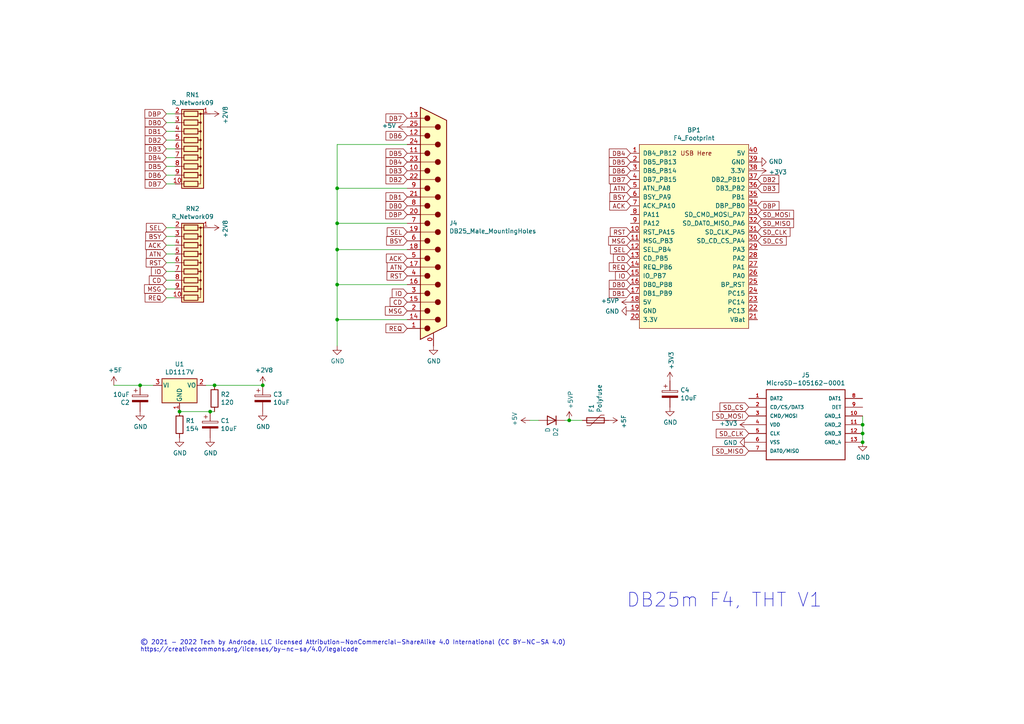
<source format=kicad_sch>
(kicad_sch (version 20211123) (generator eeschema)
  (paper "A4")
  (lib_symbols
    (symbol "Connector:DB25_Male_MountingHoles" (pin_names (offset 1.016) hide)
      (property "Reference" "J" (at 0 36.83 0))
      (property "Value" "DB25_Male_MountingHoles" (at 0 34.925 0))
      (symbol "DB25_Male_MountingHoles_0_1"
        (circle (center -1.778 -30.48) (radius 0.762) (fill (type outline)))
        (circle (center -1.778 -25.4) (radius 0.762) (fill (type outline)))
        (circle (center -1.778 -20.32) (radius 0.762) (fill (type outline)))
        (circle (center -1.778 -15.24) (radius 0.762) (fill (type outline)))
        (circle (center -1.778 -10.16) (radius 0.762) (fill (type outline)))
        (circle (center -1.778 -5.08) (radius 0.762) (fill (type outline)))
        (circle (center -1.778 0) (radius 0.762) (fill (type outline)))
        (circle (center -1.778 5.08) (radius 0.762) (fill (type outline)))
        (circle (center -1.778 10.16) (radius 0.762) (fill (type outline)))
        (circle (center -1.778 15.24) (radius 0.762) (fill (type outline)))
        (circle (center -1.778 20.32) (radius 0.762) (fill (type outline)))
        (circle (center -1.778 25.4) (radius 0.762) (fill (type outline)))
        (circle (center -1.778 30.48) (radius 0.762) (fill (type outline)))
        (polyline (pts (xy -3.81 -30.48) (xy -2.54 -30.48)))
        (polyline (pts (xy -3.81 -27.94) (xy 0.508 -27.94)))
        (polyline (pts (xy -3.81 -25.4) (xy -2.54 -25.4)))
        (polyline (pts (xy -3.81 -22.86) (xy 0.508 -22.86)))
        (polyline (pts (xy -3.81 -20.32) (xy -2.54 -20.32)))
        (polyline (pts (xy -3.81 -17.78) (xy 0.508 -17.78)))
        (polyline (pts (xy -3.81 -15.24) (xy -2.54 -15.24)))
        (polyline (pts (xy -3.81 -12.7) (xy 0.508 -12.7)))
        (polyline (pts (xy -3.81 -10.16) (xy -2.54 -10.16)))
        (polyline (pts (xy -3.81 -7.62) (xy 0.508 -7.62)))
        (polyline (pts (xy -3.81 -5.08) (xy -2.54 -5.08)))
        (polyline (pts (xy -3.81 -2.54) (xy 0.508 -2.54)))
        (polyline (pts (xy -3.81 0) (xy -2.54 0)))
        (polyline (pts (xy -3.81 2.54) (xy 0.508 2.54)))
        (polyline (pts (xy -3.81 5.08) (xy -2.54 5.08)))
        (polyline (pts (xy -3.81 7.62) (xy 0.508 7.62)))
        (polyline (pts (xy -3.81 10.16) (xy -2.54 10.16)))
        (polyline (pts (xy -3.81 12.7) (xy 0.508 12.7)))
        (polyline (pts (xy -3.81 15.24) (xy -2.54 15.24)))
        (polyline (pts (xy -3.81 17.78) (xy 0.508 17.78)))
        (polyline (pts (xy -3.81 20.32) (xy -2.54 20.32)))
        (polyline (pts (xy -3.81 22.86) (xy 0.508 22.86)))
        (polyline (pts (xy -3.81 25.4) (xy -2.54 25.4)))
        (polyline (pts (xy -3.81 27.94) (xy 0.508 27.94)))
        (polyline (pts (xy -3.81 30.48) (xy -2.54 30.48)))
        (polyline (pts (xy -3.81 -33.655) (xy 3.81 -29.845) (xy 3.81 29.845) (xy -3.81 33.655) (xy -3.81 -33.655)) (stroke (width 0.254)) (fill (type background)))
        (circle (center 1.27 -27.94) (radius 0.762) (fill (type outline)))
        (circle (center 1.27 -22.86) (radius 0.762) (fill (type outline)))
        (circle (center 1.27 -17.78) (radius 0.762) (fill (type outline)))
        (circle (center 1.27 -12.7) (radius 0.762) (fill (type outline)))
        (circle (center 1.27 -7.62) (radius 0.762) (fill (type outline)))
        (circle (center 1.27 -2.54) (radius 0.762) (fill (type outline)))
        (circle (center 1.27 2.54) (radius 0.762) (fill (type outline)))
        (circle (center 1.27 7.62) (radius 0.762) (fill (type outline)))
        (circle (center 1.27 12.7) (radius 0.762) (fill (type outline)))
        (circle (center 1.27 17.78) (radius 0.762) (fill (type outline)))
        (circle (center 1.27 22.86) (radius 0.762) (fill (type outline)))
        (circle (center 1.27 27.94) (radius 0.762) (fill (type outline)))
      )
      (symbol "DB25_Male_MountingHoles_1_1"
        (pin passive line (at 0 -35.56 90) (length 3.81) (name "PAD") (number "0"))
        (pin passive line (at -7.62 -30.48 0) (length 3.81) (name "1") (number "1"))
        (pin passive line (at -7.62 15.24 0) (length 3.81) (name "10") (number "10"))
        (pin passive line (at -7.62 20.32 0) (length 3.81) (name "11") (number "11"))
        (pin passive line (at -7.62 25.4 0) (length 3.81) (name "12") (number "12"))
        (pin passive line (at -7.62 30.48 0) (length 3.81) (name "13") (number "13"))
        (pin passive line (at -7.62 -27.94 0) (length 3.81) (name "P14") (number "14"))
        (pin passive line (at -7.62 -22.86 0) (length 3.81) (name "P15") (number "15"))
        (pin passive line (at -7.62 -17.78 0) (length 3.81) (name "P16") (number "16"))
        (pin passive line (at -7.62 -12.7 0) (length 3.81) (name "P17") (number "17"))
        (pin passive line (at -7.62 -7.62 0) (length 3.81) (name "P18") (number "18"))
        (pin passive line (at -7.62 -2.54 0) (length 3.81) (name "P19") (number "19"))
        (pin passive line (at -7.62 -25.4 0) (length 3.81) (name "2") (number "2"))
        (pin passive line (at -7.62 2.54 0) (length 3.81) (name "P20") (number "20"))
        (pin passive line (at -7.62 7.62 0) (length 3.81) (name "P21") (number "21"))
        (pin passive line (at -7.62 12.7 0) (length 3.81) (name "P22") (number "22"))
        (pin passive line (at -7.62 17.78 0) (length 3.81) (name "P23") (number "23"))
        (pin passive line (at -7.62 22.86 0) (length 3.81) (name "P24") (number "24"))
        (pin passive line (at -7.62 27.94 0) (length 3.81) (name "P25") (number "25"))
        (pin passive line (at -7.62 -20.32 0) (length 3.81) (name "3") (number "3"))
        (pin passive line (at -7.62 -15.24 0) (length 3.81) (name "4") (number "4"))
        (pin passive line (at -7.62 -10.16 0) (length 3.81) (name "5") (number "5"))
        (pin passive line (at -7.62 -5.08 0) (length 3.81) (name "6") (number "6"))
        (pin passive line (at -7.62 0 0) (length 3.81) (name "7") (number "7"))
        (pin passive line (at -7.62 5.08 0) (length 3.81) (name "8") (number "8"))
        (pin passive line (at -7.62 10.16 0) (length 3.81) (name "9") (number "9"))
      )
    )
    (symbol "Device:CP" (pin_numbers hide) (pin_names (offset 0.254))
      (property "Reference" "C" (at 0.635 2.54 0))
      (property "Value" "Device_CP" (at 0.635 -2.54 0))
      (symbol "CP_0_1"
        (rectangle (start -2.286 0.508) (end 2.286 1.016))
        (polyline (pts (xy -1.778 2.286) (xy -0.762 2.286)))
        (polyline (pts (xy -1.27 2.794) (xy -1.27 1.778)))
        (rectangle (start 2.286 -0.508) (end -2.286 -1.016) (fill (type outline)))
      )
      (symbol "CP_1_1"
        (pin passive line (at 0 3.81 270) (length 2.794) (name "~") (number "1"))
        (pin passive line (at 0 -3.81 90) (length 2.794) (name "~") (number "2"))
      )
    )
    (symbol "Device:D" (pin_numbers hide) (pin_names (offset 1.016) hide)
      (property "Reference" "D" (at 0 2.54 0))
      (property "Value" "D" (at 0 -2.54 0))
      (symbol "D_0_1"
        (polyline (pts (xy -1.27 1.27) (xy -1.27 -1.27)) (stroke (width 0.254)))
        (polyline (pts (xy 1.27 0) (xy -1.27 0)))
        (polyline (pts (xy 1.27 1.27) (xy 1.27 -1.27) (xy -1.27 0) (xy 1.27 1.27)) (stroke (width 0.254)))
      )
      (symbol "D_1_1"
        (pin passive line (at -3.81 0 0) (length 2.54) (name "K") (number "1"))
        (pin passive line (at 3.81 0 180) (length 2.54) (name "A") (number "2"))
      )
    )
    (symbol "Device:Polyfuse" (pin_numbers hide) (pin_names (offset 0))
      (property "Reference" "F" (at -2.54 0 90))
      (property "Value" "Polyfuse" (at 2.54 0 90))
      (symbol "Polyfuse_0_1"
        (rectangle (start -0.762 2.54) (end 0.762 -2.54) (stroke (width 0.254)))
        (polyline (pts (xy 0 2.54) (xy 0 -2.54)))
        (polyline (pts (xy -1.524 2.54) (xy -1.524 1.524) (xy 1.524 -1.524) (xy 1.524 -2.54)))
      )
      (symbol "Polyfuse_1_1"
        (pin passive line (at 0 3.81 270) (length 1.27) (name "~") (number "1"))
        (pin passive line (at 0 -3.81 90) (length 1.27) (name "~") (number "2"))
      )
    )
    (symbol "Device:R" (pin_numbers hide) (pin_names (offset 0))
      (property "Reference" "R" (at 2.032 0 90))
      (property "Value" "R" (at 0 0 90))
      (symbol "R_0_1"
        (rectangle (start -1.016 -2.54) (end 1.016 2.54) (stroke (width 0.254)))
      )
      (symbol "R_1_1"
        (pin passive line (at 0 3.81 270) (length 1.27) (name "~") (number "1"))
        (pin passive line (at 0 -3.81 90) (length 1.27) (name "~") (number "2"))
      )
    )
    (symbol "Device:R_Network09" (pin_names (offset 0) hide)
      (property "Reference" "RN" (at -12.7 0 90))
      (property "Value" "R_Network09" (at 12.7 0 90))
      (symbol "R_Network09_0_1"
        (rectangle (start -11.43 -3.175) (end 11.43 3.175) (stroke (width 0.254)) (fill (type background)))
        (rectangle (start -10.922 1.524) (end -9.398 -2.54) (stroke (width 0.254)))
        (circle (center -10.16 2.286) (radius 0.254) (fill (type outline)))
        (rectangle (start -8.382 1.524) (end -6.858 -2.54) (stroke (width 0.254)))
        (circle (center -7.62 2.286) (radius 0.254) (fill (type outline)))
        (rectangle (start -5.842 1.524) (end -4.318 -2.54) (stroke (width 0.254)))
        (circle (center -5.08 2.286) (radius 0.254) (fill (type outline)))
        (rectangle (start -3.302 1.524) (end -1.778 -2.54) (stroke (width 0.254)))
        (circle (center -2.54 2.286) (radius 0.254) (fill (type outline)))
        (rectangle (start -0.762 1.524) (end 0.762 -2.54) (stroke (width 0.254)))
        (polyline (pts (xy -10.16 -2.54) (xy -10.16 -3.81)))
        (polyline (pts (xy -7.62 -2.54) (xy -7.62 -3.81)))
        (polyline (pts (xy -5.08 -2.54) (xy -5.08 -3.81)))
        (polyline (pts (xy -2.54 -2.54) (xy -2.54 -3.81)))
        (polyline (pts (xy 0 -2.54) (xy 0 -3.81)))
        (polyline (pts (xy 2.54 -2.54) (xy 2.54 -3.81)))
        (polyline (pts (xy 5.08 -2.54) (xy 5.08 -3.81)))
        (polyline (pts (xy 7.62 -2.54) (xy 7.62 -3.81)))
        (polyline (pts (xy 10.16 -2.54) (xy 10.16 -3.81)))
        (polyline (pts (xy -10.16 1.524) (xy -10.16 2.286) (xy -7.62 2.286) (xy -7.62 1.524)))
        (polyline (pts (xy -7.62 1.524) (xy -7.62 2.286) (xy -5.08 2.286) (xy -5.08 1.524)))
        (polyline (pts (xy -5.08 1.524) (xy -5.08 2.286) (xy -2.54 2.286) (xy -2.54 1.524)))
        (polyline (pts (xy -2.54 1.524) (xy -2.54 2.286) (xy 0 2.286) (xy 0 1.524)))
        (polyline (pts (xy 0 1.524) (xy 0 2.286) (xy 2.54 2.286) (xy 2.54 1.524)))
        (polyline (pts (xy 2.54 1.524) (xy 2.54 2.286) (xy 5.08 2.286) (xy 5.08 1.524)))
        (polyline (pts (xy 5.08 1.524) (xy 5.08 2.286) (xy 7.62 2.286) (xy 7.62 1.524)))
        (polyline (pts (xy 7.62 1.524) (xy 7.62 2.286) (xy 10.16 2.286) (xy 10.16 1.524)))
        (circle (center 0 2.286) (radius 0.254) (fill (type outline)))
        (rectangle (start 1.778 1.524) (end 3.302 -2.54) (stroke (width 0.254)))
        (circle (center 2.54 2.286) (radius 0.254) (fill (type outline)))
        (rectangle (start 4.318 1.524) (end 5.842 -2.54) (stroke (width 0.254)))
        (circle (center 5.08 2.286) (radius 0.254) (fill (type outline)))
        (rectangle (start 6.858 1.524) (end 8.382 -2.54) (stroke (width 0.254)))
        (circle (center 7.62 2.286) (radius 0.254) (fill (type outline)))
        (rectangle (start 9.398 1.524) (end 10.922 -2.54) (stroke (width 0.254)))
      )
      (symbol "R_Network09_1_1"
        (pin passive line (at -10.16 5.08 270) (length 2.54) (name "common") (number "1"))
        (pin passive line (at 10.16 -5.08 90) (length 1.27) (name "R9") (number "10"))
        (pin passive line (at -10.16 -5.08 90) (length 1.27) (name "R1") (number "2"))
        (pin passive line (at -7.62 -5.08 90) (length 1.27) (name "R2") (number "3"))
        (pin passive line (at -5.08 -5.08 90) (length 1.27) (name "R3") (number "4"))
        (pin passive line (at -2.54 -5.08 90) (length 1.27) (name "R4") (number "5"))
        (pin passive line (at 0 -5.08 90) (length 1.27) (name "R5") (number "6"))
        (pin passive line (at 2.54 -5.08 90) (length 1.27) (name "R6") (number "7"))
        (pin passive line (at 5.08 -5.08 90) (length 1.27) (name "R7") (number "8"))
        (pin passive line (at 7.62 -5.08 90) (length 1.27) (name "R8") (number "9"))
      )
    )
    (symbol "Regulator_Linear:LD1117VCD-2.85" (pin_names (offset 0.254))
      (property "Reference" "U" (at -3.81 3.175 0))
      (property "Value" "LD1117VCD-2.85" (at 0 3.175 0))
      (symbol "LD1117VCD-2.85_0_1"
        (rectangle (start -5.08 -5.08) (end 5.08 1.905) (stroke (width 0.254)) (fill (type background)))
      )
      (symbol "LD1117VCD-2.85_1_1"
        (pin power_in line (at 0 -7.62 90) (length 2.54) (name "GND") (number "1"))
        (pin power_out line (at 7.62 0 180) (length 2.54) (name "VO") (number "2"))
        (pin power_in line (at -7.62 0 0) (length 2.54) (name "VI") (number "3"))
      )
    )
    (symbol "custom_symbols:+5V_TPWR" (power) (pin_names (offset 0))
      (property "Value" "custom_symbols_+5V_TPWR" (at 0 3.556 0))
      (symbol "+5V_TPWR_0_1"
        (polyline (pts (xy -0.762 1.27) (xy 0 2.54)))
        (polyline (pts (xy 0 0) (xy 0 2.54)))
        (polyline (pts (xy 0 2.54) (xy 0.762 1.27)))
      )
      (symbol "+5V_TPWR_1_1"
        (pin power_in line (at 0 0 90) (length 0) hide (name "+5V") (number "1"))
      )
    )
    (symbol "custom_symbols:F4_Footprint" (pin_names (offset 1.016))
      (property "Reference" "BP" (at 0 1.27 0))
      (property "Value" "custom_symbols_F4_Footprint" (at 0 5.08 0))
      (symbol "F4_Footprint_0_0"
        (text "USB Here" (at 1.27 -3.81 0) (effects (font (size 1.27 1.27))))
      )
      (symbol "F4_Footprint_0_1"
        (rectangle (start 16.51 -1.27) (end -15.24 -54.61) (fill (type background)))
      )
      (symbol "F4_Footprint_1_1"
        (pin bidirectional line (at -17.78 -3.81 0) (length 2.54) (name "DB4_PB12") (number "1"))
        (pin bidirectional line (at -17.78 -26.67 0) (length 2.54) (name "RST_PA15") (number "10"))
        (pin bidirectional line (at -17.78 -29.21 0) (length 2.54) (name "MSG_PB3") (number "11"))
        (pin bidirectional line (at -17.78 -31.75 0) (length 2.54) (name "SEL_PB4") (number "12"))
        (pin bidirectional line (at -17.78 -34.29 0) (length 2.54) (name "CD_PB5") (number "13"))
        (pin bidirectional line (at -17.78 -36.83 0) (length 2.54) (name "REQ_PB6") (number "14"))
        (pin bidirectional line (at -17.78 -39.37 0) (length 2.54) (name "IO_PB7") (number "15"))
        (pin bidirectional line (at -17.78 -41.91 0) (length 2.54) (name "DB0_PB8") (number "16"))
        (pin bidirectional line (at -17.78 -44.45 0) (length 2.54) (name "DB1_PB9") (number "17"))
        (pin power_in line (at -17.78 -46.99 0) (length 2.54) (name "5V") (number "18"))
        (pin power_in line (at -17.78 -49.53 0) (length 2.54) (name "GND") (number "19"))
        (pin bidirectional line (at -17.78 -6.35 0) (length 2.54) (name "DB5_PB13") (number "2"))
        (pin power_in line (at -17.78 -52.07 0) (length 2.54) (name "3.3V") (number "20"))
        (pin power_in line (at 19.05 -52.07 180) (length 2.54) (name "VBat") (number "21"))
        (pin bidirectional line (at 19.05 -49.53 180) (length 2.54) (name "PC13") (number "22"))
        (pin bidirectional line (at 19.05 -46.99 180) (length 2.54) (name "PC14") (number "23"))
        (pin bidirectional line (at 19.05 -44.45 180) (length 2.54) (name "PC15") (number "24"))
        (pin input line (at 19.05 -41.91 180) (length 2.54) (name "BP_RST") (number "25"))
        (pin bidirectional line (at 19.05 -39.37 180) (length 2.54) (name "PA0") (number "26"))
        (pin bidirectional line (at 19.05 -36.83 180) (length 2.54) (name "PA1") (number "27"))
        (pin bidirectional line (at 19.05 -34.29 180) (length 2.54) (name "PA2") (number "28"))
        (pin bidirectional line (at 19.05 -31.75 180) (length 2.54) (name "PA3") (number "29"))
        (pin bidirectional line (at -17.78 -8.89 0) (length 2.54) (name "DB6_PB14") (number "3"))
        (pin bidirectional line (at 19.05 -29.21 180) (length 2.54) (name "SD_CD_CS_PA4") (number "30"))
        (pin bidirectional line (at 19.05 -26.67 180) (length 2.54) (name "SD_CLK_PA5") (number "31"))
        (pin bidirectional line (at 19.05 -24.13 180) (length 2.54) (name "SD_DAT0_MISO_PA6") (number "32"))
        (pin bidirectional line (at 19.05 -21.59 180) (length 2.54) (name "SD_CMD_MOSI_PA7") (number "33"))
        (pin bidirectional line (at 19.05 -19.05 180) (length 2.54) (name "DBP_PB0") (number "34"))
        (pin bidirectional line (at 19.05 -16.51 180) (length 2.54) (name "PB1") (number "35"))
        (pin bidirectional line (at 19.05 -13.97 180) (length 2.54) (name "DB3_PB2") (number "36"))
        (pin bidirectional line (at 19.05 -11.43 180) (length 2.54) (name "DB2_PB10") (number "37"))
        (pin power_in line (at 19.05 -8.89 180) (length 2.54) (name "3.3V") (number "38"))
        (pin power_in line (at 19.05 -6.35 180) (length 2.54) (name "GND") (number "39"))
        (pin bidirectional line (at -17.78 -11.43 0) (length 2.54) (name "DB7_PB15") (number "4"))
        (pin power_in line (at 19.05 -3.81 180) (length 2.54) (name "5V") (number "40"))
        (pin bidirectional line (at -17.78 -13.97 0) (length 2.54) (name "ATN_PA8") (number "5"))
        (pin bidirectional line (at -17.78 -16.51 0) (length 2.54) (name "BSY_PA9") (number "6"))
        (pin bidirectional line (at -17.78 -19.05 0) (length 2.54) (name "ACK_PA10") (number "7"))
        (pin bidirectional line (at -17.78 -21.59 0) (length 2.54) (name "PA11") (number "8"))
        (pin bidirectional line (at -17.78 -24.13 0) (length 2.54) (name "PA12") (number "9"))
      )
    )
    (symbol "custom_symbols:MicroSD-105162-0001" (pin_names (offset 1.016))
      (property "Reference" "J" (at 29.21 7.62 0))
      (property "Value" "custom_symbols_MicroSD-105162-0001" (at 29.21 5.08 0))
      (symbol "MicroSD-105162-0001_0_0"
        (polyline (pts (xy 5.08 2.54) (xy 5.08 -17.78)) (stroke (width 0.254)))
        (polyline (pts (xy 5.08 2.54) (xy 27.94 2.54)) (stroke (width 0.254)))
        (polyline (pts (xy 27.94 -17.78) (xy 5.08 -17.78)) (stroke (width 0.254)))
        (polyline (pts (xy 27.94 -17.78) (xy 27.94 2.54)) (stroke (width 0.254)))
        (pin bidirectional line (at 0 0 0) (length 5.08) (name "DAT2") (number "1"))
        (pin bidirectional line (at 33.02 -5.08 180) (length 5.08) (name "GND_1") (number "10"))
        (pin bidirectional line (at 33.02 -7.62 180) (length 5.08) (name "GND_2") (number "11"))
        (pin bidirectional line (at 33.02 -10.16 180) (length 5.08) (name "GND_3") (number "12"))
        (pin bidirectional line (at 33.02 -12.7 180) (length 5.08) (name "GND_4") (number "13"))
        (pin bidirectional line (at 0 -2.54 0) (length 5.08) (name "CD/CS/DAT3") (number "2"))
        (pin bidirectional line (at 0 -5.08 0) (length 5.08) (name "CMD/MOSI") (number "3"))
        (pin bidirectional line (at 0 -7.62 0) (length 5.08) (name "VDD") (number "4"))
        (pin bidirectional line (at 0 -10.16 0) (length 5.08) (name "CLK") (number "5"))
        (pin bidirectional line (at 0 -12.7 0) (length 5.08) (name "VSS") (number "6"))
        (pin bidirectional line (at 0 -15.24 0) (length 5.08) (name "DAT0/MISO") (number "7"))
        (pin bidirectional line (at 33.02 0 180) (length 5.08) (name "DAT1") (number "8"))
        (pin bidirectional line (at 33.02 -2.54 180) (length 5.08) (name "DET") (number "9"))
      )
    )
    (symbol "power:+2V8" (power) (pin_names (offset 0))
      (property "Value" "+2V8" (at 0 3.556 0))
      (symbol "+2V8_0_1"
        (polyline (pts (xy -0.762 1.27) (xy 0 2.54)))
        (polyline (pts (xy 0 0) (xy 0 2.54)))
        (polyline (pts (xy 0 2.54) (xy 0.762 1.27)))
      )
      (symbol "+2V8_1_1"
        (pin power_in line (at 0 0 90) (length 0) hide (name "+2V8") (number "1"))
      )
    )
    (symbol "power:+3V3" (power) (pin_names (offset 0))
      (property "Value" "+3V3" (at 0 3.556 0))
      (symbol "+3V3_0_1"
        (polyline (pts (xy -0.762 1.27) (xy 0 2.54)))
        (polyline (pts (xy 0 0) (xy 0 2.54)))
        (polyline (pts (xy 0 2.54) (xy 0.762 1.27)))
      )
      (symbol "+3V3_1_1"
        (pin power_in line (at 0 0 90) (length 0) hide (name "+3V3") (number "1"))
      )
    )
    (symbol "power:+5F" (power) (pin_names (offset 0))
      (property "Value" "+5F" (at 0 3.556 0))
      (symbol "+5F_0_1"
        (polyline (pts (xy -0.762 1.27) (xy 0 2.54)))
        (polyline (pts (xy 0 0) (xy 0 2.54)))
        (polyline (pts (xy 0 2.54) (xy 0.762 1.27)))
      )
      (symbol "+5F_1_1"
        (pin power_in line (at 0 0 90) (length 0) hide (name "+5F") (number "1"))
      )
    )
    (symbol "power:+5VP" (power) (pin_names (offset 0))
      (property "Value" "+5VP" (at 0 3.556 0))
      (symbol "+5VP_0_1"
        (polyline (pts (xy -0.762 1.27) (xy 0 2.54)))
        (polyline (pts (xy 0 0) (xy 0 2.54)))
        (polyline (pts (xy 0 2.54) (xy 0.762 1.27)))
      )
      (symbol "+5VP_1_1"
        (pin power_in line (at 0 0 90) (length 0) hide (name "+5VP") (number "1"))
      )
    )
    (symbol "power:GND" (power) (pin_names (offset 0))
      (property "Value" "GND" (at 0 -3.81 0))
      (symbol "GND_0_1"
        (polyline (pts (xy 0 0) (xy 0 -1.27) (xy 1.27 -1.27) (xy 0 -2.54) (xy -1.27 -1.27) (xy 0 -1.27)))
      )
      (symbol "GND_1_1"
        (pin power_in line (at 0 0 270) (length 0) hide (name "GND") (number "1"))
      )
    )
  )
  (junction (at 250.19 125.73))
  (junction (at 62.23 111.76))
  (junction (at 52.07 119.38))
  (junction (at 97.79 64.77))
  (junction (at 60.96 119.38))
  (junction (at 250.19 123.19))
  (junction (at 165.1 121.92))
  (junction (at 97.79 54.61))
  (junction (at 97.79 72.39))
  (junction (at 97.79 92.71))
  (junction (at 97.79 82.55))
  (junction (at 76.2 111.76))
  (junction (at 40.64 111.76))
  (junction (at 250.19 128.27))
  (wire (pts (xy 50.8 33.02) (xy 48.26 33.02)))
  (wire (pts (xy 40.64 111.76) (xy 33.02 111.76)))
  (wire (pts (xy 97.79 92.71) (xy 97.79 100.33)))
  (wire (pts (xy 250.19 125.73) (xy 250.19 128.27)))
  (wire (pts (xy 48.26 68.58) (xy 50.8 68.58)))
  (wire (pts (xy 118.11 64.77) (xy 97.79 64.77)))
  (wire (pts (xy 50.8 43.18) (xy 48.26 43.18)))
  (wire (pts (xy 118.11 92.71) (xy 97.79 92.71)))
  (wire (pts (xy 165.1 121.92) (xy 168.91 121.92)))
  (wire (pts (xy 97.79 54.61) (xy 97.79 64.77)))
  (wire (pts (xy 97.79 41.91) (xy 97.79 54.61)))
  (wire (pts (xy 48.26 78.74) (xy 50.8 78.74)))
  (wire (pts (xy 48.26 86.36) (xy 50.8 86.36)))
  (wire (pts (xy 48.26 73.66) (xy 50.8 73.66)))
  (wire (pts (xy 118.11 82.55) (xy 97.79 82.55)))
  (wire (pts (xy 48.26 76.2) (xy 50.8 76.2)))
  (wire (pts (xy 97.79 64.77) (xy 97.79 72.39)))
  (wire (pts (xy 50.8 40.64) (xy 48.26 40.64)))
  (wire (pts (xy 118.11 72.39) (xy 97.79 72.39)))
  (wire (pts (xy 50.8 38.1) (xy 48.26 38.1)))
  (wire (pts (xy 50.8 35.56) (xy 48.26 35.56)))
  (wire (pts (xy 156.21 121.92) (xy 153.67 121.92)))
  (wire (pts (xy 62.23 111.76) (xy 76.2 111.76)))
  (wire (pts (xy 59.69 111.76) (xy 62.23 111.76)))
  (wire (pts (xy 48.26 83.82) (xy 50.8 83.82)))
  (wire (pts (xy 50.8 45.72) (xy 48.26 45.72)))
  (wire (pts (xy 50.8 48.26) (xy 48.26 48.26)))
  (wire (pts (xy 118.11 54.61) (xy 97.79 54.61)))
  (wire (pts (xy 97.79 82.55) (xy 97.79 92.71)))
  (wire (pts (xy 48.26 66.04) (xy 50.8 66.04)))
  (wire (pts (xy 118.11 41.91) (xy 97.79 41.91)))
  (wire (pts (xy 44.45 111.76) (xy 40.64 111.76)))
  (wire (pts (xy 97.79 72.39) (xy 97.79 82.55)))
  (wire (pts (xy 250.19 120.65) (xy 250.19 123.19)))
  (wire (pts (xy 48.26 81.28) (xy 50.8 81.28)))
  (wire (pts (xy 250.19 123.19) (xy 250.19 125.73)))
  (wire (pts (xy 48.26 71.12) (xy 50.8 71.12)))
  (wire (pts (xy 50.8 53.34) (xy 48.26 53.34)))
  (wire (pts (xy 50.8 50.8) (xy 48.26 50.8)))
  (wire (pts (xy 60.96 119.38) (xy 52.07 119.38)))
  (wire (pts (xy 62.23 119.38) (xy 60.96 119.38)))
  (wire (pts (xy 165.1 121.92) (xy 163.83 121.92)))
  (text "© 2021 - 2022 Tech by Androda, LLC licensed Attribution-NonCommercial-ShareAlike 4.0 International (CC BY-NC-SA 4.0)\nhttps://creativecommons.org/licenses/by-nc-sa/4.0/legalcode" (at 40.64 189.23 0) (effects (font (size 1.27 1.27)) (justify left bottom)))
  (text "DB25m F4, THT V1" (at 181.61 176.53 0) (effects (font (size 4 4)) (justify left bottom)))
  (global_label "CD" (shape input) (at 48.26 81.28 180) (property "Intersheet References" "${INTERSHEET_REFS}" (effects hide)))
  (global_label "ACK" (shape input) (at 118.11 74.93 180) (property "Intersheet References" "${INTERSHEET_REFS}" (effects hide)))
  (global_label "SD_CS" (shape input) (at 217.17 118.11 180) (property "Intersheet References" "${INTERSHEET_REFS}" (effects hide)))
  (global_label "SD_MOSI" (shape input) (at 219.71 62.23 0) (property "Intersheet References" "${INTERSHEET_REFS}" (effects hide)))
  (global_label "DB6" (shape input) (at 182.88 49.53 180) (property "Intersheet References" "${INTERSHEET_REFS}" (effects hide)))
  (global_label "IO" (shape input) (at 118.11 85.09 180) (property "Intersheet References" "${INTERSHEET_REFS}" (effects hide)))
  (global_label "BSY" (shape input) (at 118.11 69.85 180) (property "Intersheet References" "${INTERSHEET_REFS}" (effects hide)))
  (global_label "CD" (shape input) (at 118.11 87.63 180) (property "Intersheet References" "${INTERSHEET_REFS}" (effects hide)))
  (global_label "CD" (shape input) (at 182.88 74.93 180) (property "Intersheet References" "${INTERSHEET_REFS}" (effects hide)))
  (global_label "BSY" (shape input) (at 48.26 68.58 180) (property "Intersheet References" "${INTERSHEET_REFS}" (effects hide)))
  (global_label "DB4" (shape input) (at 48.26 45.72 180) (property "Intersheet References" "${INTERSHEET_REFS}" (effects hide)))
  (global_label "DBP" (shape input) (at 48.26 33.02 180) (property "Intersheet References" "${INTERSHEET_REFS}" (effects hide)))
  (global_label "IO" (shape input) (at 182.88 80.01 180) (property "Intersheet References" "${INTERSHEET_REFS}" (effects hide)))
  (global_label "SD_CLK" (shape input) (at 219.71 67.31 0) (property "Intersheet References" "${INTERSHEET_REFS}" (effects hide)))
  (global_label "DB2" (shape input) (at 219.71 52.07 0) (property "Intersheet References" "${INTERSHEET_REFS}" (effects hide)))
  (global_label "DB0" (shape input) (at 118.11 59.69 180) (property "Intersheet References" "${INTERSHEET_REFS}" (effects hide)))
  (global_label "ATN" (shape input) (at 118.11 77.47 180) (property "Intersheet References" "${INTERSHEET_REFS}" (effects hide)))
  (global_label "REQ" (shape input) (at 48.26 86.36 180) (property "Intersheet References" "${INTERSHEET_REFS}" (effects hide)))
  (global_label "ATN" (shape input) (at 48.26 73.66 180) (property "Intersheet References" "${INTERSHEET_REFS}" (effects hide)))
  (global_label "RST" (shape input) (at 48.26 76.2 180) (property "Intersheet References" "${INTERSHEET_REFS}" (effects hide)))
  (global_label "MSG" (shape input) (at 48.26 83.82 180) (property "Intersheet References" "${INTERSHEET_REFS}" (effects hide)))
  (global_label "DBP" (shape input) (at 219.71 59.69 0) (property "Intersheet References" "${INTERSHEET_REFS}" (effects hide)))
  (global_label "DB1" (shape input) (at 48.26 38.1 180) (property "Intersheet References" "${INTERSHEET_REFS}" (effects hide)))
  (global_label "DB1" (shape input) (at 182.88 85.09 180) (property "Intersheet References" "${INTERSHEET_REFS}" (effects hide)))
  (global_label "DB4" (shape input) (at 182.88 44.45 180) (property "Intersheet References" "${INTERSHEET_REFS}" (effects hide)))
  (global_label "DB5" (shape input) (at 48.26 48.26 180) (property "Intersheet References" "${INTERSHEET_REFS}" (effects hide)))
  (global_label "DB7" (shape input) (at 182.88 52.07 180) (property "Intersheet References" "${INTERSHEET_REFS}" (effects hide)))
  (global_label "SEL" (shape input) (at 48.26 66.04 180) (property "Intersheet References" "${INTERSHEET_REFS}" (effects hide)))
  (global_label "SD_CS" (shape input) (at 219.71 69.85 0) (property "Intersheet References" "${INTERSHEET_REFS}" (effects hide)))
  (global_label "SEL" (shape input) (at 118.11 67.31 180) (property "Intersheet References" "${INTERSHEET_REFS}" (effects hide)))
  (global_label "DB3" (shape input) (at 219.71 54.61 0) (property "Intersheet References" "${INTERSHEET_REFS}" (effects hide)))
  (global_label "ACK" (shape input) (at 182.88 59.69 180) (property "Intersheet References" "${INTERSHEET_REFS}" (effects hide)))
  (global_label "DB2" (shape input) (at 48.26 40.64 180) (property "Intersheet References" "${INTERSHEET_REFS}" (effects hide)))
  (global_label "RST" (shape input) (at 182.88 67.31 180) (property "Intersheet References" "${INTERSHEET_REFS}" (effects hide)))
  (global_label "IO" (shape input) (at 48.26 78.74 180) (property "Intersheet References" "${INTERSHEET_REFS}" (effects hide)))
  (global_label "DB2" (shape input) (at 118.11 52.07 180) (property "Intersheet References" "${INTERSHEET_REFS}" (effects hide)))
  (global_label "DB6" (shape input) (at 118.11 39.37 180) (property "Intersheet References" "${INTERSHEET_REFS}" (effects hide)))
  (global_label "REQ" (shape input) (at 118.11 95.25 180) (property "Intersheet References" "${INTERSHEET_REFS}" (effects hide)))
  (global_label "DB3" (shape input) (at 118.11 49.53 180) (property "Intersheet References" "${INTERSHEET_REFS}" (effects hide)))
  (global_label "ACK" (shape input) (at 48.26 71.12 180) (property "Intersheet References" "${INTERSHEET_REFS}" (effects hide)))
  (global_label "DB5" (shape input) (at 182.88 46.99 180) (property "Intersheet References" "${INTERSHEET_REFS}" (effects hide)))
  (global_label "SEL" (shape input) (at 182.88 72.39 180) (property "Intersheet References" "${INTERSHEET_REFS}" (effects hide)))
  (global_label "DBP" (shape input) (at 118.11 62.23 180) (property "Intersheet References" "${INTERSHEET_REFS}" (effects hide)))
  (global_label "DB3" (shape input) (at 48.26 43.18 180) (property "Intersheet References" "${INTERSHEET_REFS}" (effects hide)))
  (global_label "ATN" (shape input) (at 182.88 54.61 180) (property "Intersheet References" "${INTERSHEET_REFS}" (effects hide)))
  (global_label "DB6" (shape input) (at 48.26 50.8 180) (property "Intersheet References" "${INTERSHEET_REFS}" (effects hide)))
  (global_label "DB0" (shape input) (at 48.26 35.56 180) (property "Intersheet References" "${INTERSHEET_REFS}" (effects hide)))
  (global_label "DB5" (shape input) (at 118.11 44.45 180) (property "Intersheet References" "${INTERSHEET_REFS}" (effects hide)))
  (global_label "SD_CLK" (shape input) (at 217.17 125.73 180) (property "Intersheet References" "${INTERSHEET_REFS}" (effects hide)))
  (global_label "RST" (shape input) (at 118.11 80.01 180) (property "Intersheet References" "${INTERSHEET_REFS}" (effects hide)))
  (global_label "SD_MISO" (shape input) (at 217.17 130.81 180) (property "Intersheet References" "${INTERSHEET_REFS}" (effects hide)))
  (global_label "REQ" (shape input) (at 182.88 77.47 180) (property "Intersheet References" "${INTERSHEET_REFS}" (effects hide)))
  (global_label "MSG" (shape input) (at 182.88 69.85 180) (property "Intersheet References" "${INTERSHEET_REFS}" (effects hide)))
  (global_label "MSG" (shape input) (at 118.11 90.17 180) (property "Intersheet References" "${INTERSHEET_REFS}" (effects hide)))
  (global_label "BSY" (shape input) (at 182.88 57.15 180) (property "Intersheet References" "${INTERSHEET_REFS}" (effects hide)))
  (global_label "DB7" (shape input) (at 48.26 53.34 180) (property "Intersheet References" "${INTERSHEET_REFS}" (effects hide)))
  (global_label "DB4" (shape input) (at 118.11 46.99 180) (property "Intersheet References" "${INTERSHEET_REFS}" (effects hide)))
  (global_label "SD_MOSI" (shape input) (at 217.17 120.65 180) (property "Intersheet References" "${INTERSHEET_REFS}" (effects hide)))
  (global_label "DB0" (shape input) (at 182.88 82.55 180) (property "Intersheet References" "${INTERSHEET_REFS}" (effects hide)))
  (global_label "DB1" (shape input) (at 118.11 57.15 180) (property "Intersheet References" "${INTERSHEET_REFS}" (effects hide)))
  (global_label "DB7" (shape input) (at 118.11 34.29 180) (property "Intersheet References" "${INTERSHEET_REFS}" (effects hide)))
  (global_label "SD_MISO" (shape input) (at 219.71 64.77 0) (property "Intersheet References" "${INTERSHEET_REFS}" (effects hide)))
  (symbol (lib_id "Regulator_Linear:LD1117VCD-2.85") (at 52.07 111.76 0) (unit 1)
    (property "Reference" "U1" (at 52.07 105.6132 0))
    (property "Value" "LD1117V" (at 52.07 107.9246 0))
    (property "Footprint" "Package_TO_SOT_THT:TO-220-3_Horizontal_TabDown" (effects hide))
    (property "Datasheet" "http://www.advanced-monolithic.com/pdf/ds1117.pdf" (effects hide))
  )
  (symbol (lib_id "power:GND") (at 52.07 127 0) (unit 1)
    (property "Reference" "#PWR06" (effects hide))
    (property "Value" "GND" (at 52.197 131.3942 0))
  )
  (symbol (lib_id "power:+2V8") (at 76.2 111.76 0) (unit 1)
    (property "Reference" "#PWR08" (effects hide))
    (property "Value" "+2V8" (at 76.581 107.3658 0))
  )
  (symbol (lib_id "Device:CP") (at 76.2 115.57 0) (unit 1)
    (property "Reference" "C3" (at 79.1972 114.4016 0) (effects (justify left)))
    (property "Value" "10uF" (at 79.1972 116.713 0) (effects (justify left)))
    (property "Footprint" "Capacitor_SMD:C_1210_3225Metric_Pad1.42x2.65mm_HandSolder" (effects hide))
  )
  (symbol (lib_id "Device:CP") (at 40.64 115.57 0) (unit 1)
    (property "Reference" "C2" (at 37.6428 116.7384 0) (effects (justify right)))
    (property "Value" "10uF" (at 37.6428 114.427 0) (effects (justify right)))
    (property "Footprint" "Capacitor_SMD:C_1210_3225Metric_Pad1.42x2.65mm_HandSolder" (effects hide))
  )
  (symbol (lib_id "power:GND") (at 40.64 119.38 0) (unit 1)
    (property "Reference" "#PWR03" (effects hide))
    (property "Value" "GND" (at 40.767 123.7742 0))
  )
  (symbol (lib_id "power:GND") (at 76.2 119.38 0) (unit 1)
    (property "Reference" "#PWR07" (effects hide))
    (property "Value" "GND" (at 76.327 123.7742 0))
  )
  (symbol (lib_id "custom_symbols:+5V_TPWR") (at 153.67 121.92 90) (unit 1)
    (property "Reference" "#PWR0103" (effects hide))
    (property "Value" "+5V_TPWR" (at 149.2758 121.539 0))
  )
  (symbol (lib_id "custom_symbols:MicroSD-105162-0001") (at 217.17 115.57 0) (unit 1)
    (property "Reference" "J5" (at 233.68 108.7882 0))
    (property "Value" "MicroSD-105162-0001" (at 233.68 111.0996 0))
    (property "Footprint" "CustomFootprints:microsd_molex_1051620001" (effects hide))
    (property "MANUFACTURER_PART_NUMBER" "105162-0001" (effects hide))
    (property "HEIGHT" "mm" (effects hide))
    (property "MOUSER_PART_NUMBER" "538-105162-0001" (effects hide))
    (property "DESCRIPTION" "Memory Card Connectors 1.45H MICRO SD HEADER WITH D/C PIN" (effects hide))
    (property "MANUFACTURER_NAME" "Molex" (effects hide))
    (property "MOUSER_PRICE-STOCK" "https://www.mouser.co.uk/ProductDetail/Molex/105162-0001?qs=1fNsfHe5VsK8daqlgKxZfQ%3D%3D" (effects hide))
  )
  (symbol (lib_id "power:GND") (at 217.17 128.27 270) (unit 1)
    (property "Reference" "#PWR0109" (effects hide))
    (property "Value" "GND" (at 213.9188 128.397 90) (effects (justify right)))
  )
  (symbol (lib_id "power:GND") (at 250.19 128.27 0) (unit 1)
    (property "Reference" "#PWR0104" (effects hide))
    (property "Value" "GND" (at 250.317 132.6642 0))
  )
  (symbol (lib_id "power:+3V3") (at 219.71 49.53 270) (unit 1)
    (property "Reference" "#PWR0105" (effects hide))
    (property "Value" "+3V3" (at 222.9612 49.911 90) (effects (justify left)))
  )
  (symbol (lib_id "power:+3V3") (at 217.17 123.19 90) (unit 1)
    (property "Reference" "#PWR0106" (effects hide))
    (property "Value" "+3V3" (at 213.9188 122.809 90) (effects (justify left)))
  )
  (symbol (lib_id "power:+5VP") (at 182.88 87.63 90) (unit 1)
    (property "Reference" "#PWR0114" (effects hide))
    (property "Value" "+5VP" (at 179.6288 87.249 90) (effects (justify left)))
  )
  (symbol (lib_id "Device:Polyfuse") (at 172.72 121.92 90) (unit 1)
    (property "Reference" "F1" (at 171.5516 119.6848 0) (effects (justify left)))
    (property "Value" "Polyfuse" (at 173.863 119.6848 0) (effects (justify left)))
    (property "Footprint" "CustomFootprints:Fuse_BelFuse_0ZRE0005FF_L8.3mm_W3.8mm" (effects hide))
  )
  (symbol (lib_id "power:+5F") (at 33.02 111.76 0) (unit 1)
    (property "Reference" "#PWR0113" (effects hide))
    (property "Value" "+5F" (at 33.401 107.3658 0))
  )
  (symbol (lib_id "power:+5F") (at 176.53 121.92 270) (unit 1)
    (property "Reference" "#PWR0118" (effects hide))
    (property "Value" "+5F" (at 180.9242 122.301 0))
  )
  (symbol (lib_id "custom_symbols:F4_Footprint") (at 200.66 40.64 0) (unit 1)
    (property "Reference" "BP1" (at 201.295 37.719 0))
    (property "Value" "F4_Footprint" (at 201.295 40.0304 0))
    (property "Footprint" "CustomFootprints:BluePillModule" (effects hide))
  )
  (symbol (lib_id "power:GND") (at 219.71 46.99 90) (unit 1)
    (property "Reference" "#PWR0120" (effects hide))
    (property "Value" "GND" (at 222.9612 46.863 90) (effects (justify right)))
  )
  (symbol (lib_id "power:GND") (at 182.88 90.17 270) (unit 1)
    (property "Reference" "#PWR0121" (effects hide))
    (property "Value" "GND" (at 179.6288 90.297 90) (effects (justify right)))
  )
  (symbol (lib_id "power:+5VP") (at 165.1 121.92 0) (unit 1)
    (property "Reference" "#PWR0119" (effects hide))
    (property "Value" "+5VP" (at 165.481 118.6688 90) (effects (justify left)))
  )
  (symbol (lib_id "Device:R") (at 62.23 115.57 0) (unit 1)
    (property "Reference" "R2" (at 64.008 114.4016 0) (effects (justify left)))
    (property "Value" "120" (at 64.008 116.713 0) (effects (justify left)))
    (property "Footprint" "Resistor_THT:R_Axial_DIN0204_L3.6mm_D1.6mm_P5.08mm_Vertical" (effects hide))
  )
  (symbol (lib_id "Device:R") (at 52.07 123.19 0) (unit 1)
    (property "Reference" "R1" (at 53.848 122.0216 0) (effects (justify left)))
    (property "Value" "154" (at 53.848 124.333 0) (effects (justify left)))
    (property "Footprint" "Resistor_THT:R_Axial_DIN0207_L6.3mm_D2.5mm_P10.16mm_Horizontal" (effects hide))
  )
  (symbol (lib_id "Device:CP") (at 60.96 123.19 0) (unit 1)
    (property "Reference" "C1" (at 63.9572 122.0216 0) (effects (justify left)))
    (property "Value" "10uF" (at 63.9572 124.333 0) (effects (justify left)))
    (property "Footprint" "Capacitor_SMD:C_1210_3225Metric_Pad1.42x2.65mm_HandSolder" (effects hide))
  )
  (symbol (lib_id "power:GND") (at 60.96 127 0) (unit 1)
    (property "Reference" "#PWR0102" (effects hide))
    (property "Value" "GND" (at 61.087 131.3942 0))
  )
  (symbol (lib_id "Device:R_Network09") (at 55.88 43.18 270) (unit 1)
    (property "Reference" "RN1" (at 55.88 27.5082 90))
    (property "Value" "R_Network09" (at 55.88 29.8196 90))
    (property "Footprint" "Resistor_THT:R_Array_SIP10" (effects hide))
    (property "Datasheet" "http://www.vishay.com/docs/31509/csc.pdf" (effects hide))
  )
  (symbol (lib_id "Device:R_Network09") (at 55.88 76.2 270) (unit 1)
    (property "Reference" "RN2" (at 55.88 60.5282 90))
    (property "Value" "R_Network09" (at 55.88 62.8396 90))
    (property "Footprint" "Resistor_THT:R_Array_SIP10" (effects hide))
    (property "Datasheet" "http://www.vishay.com/docs/31509/csc.pdf" (effects hide))
  )
  (symbol (lib_id "power:+2V8") (at 60.96 66.04 270) (unit 1)
    (property "Reference" "#PWR0110" (effects hide))
    (property "Value" "+2V8" (at 65.3542 66.421 0))
  )
  (symbol (lib_id "power:+2V8") (at 60.96 33.02 270) (unit 1)
    (property "Reference" "#PWR0111" (effects hide))
    (property "Value" "+2V8" (at 65.3542 33.401 0))
  )
  (symbol (lib_id "Device:D") (at 160.02 121.92 180) (unit 1)
    (property "Reference" "D2" (at 161.1884 123.952 90) (effects (justify left)))
    (property "Value" "D" (at 158.877 123.952 90) (effects (justify left)))
    (property "Footprint" "Diode_THT:D_A-405_P10.16mm_Horizontal" (effects hide))
  )
  (symbol (lib_id "power:+3V3") (at 194.31 110.49 0) (unit 1)
    (property "Reference" "#PWR0107" (effects hide))
    (property "Value" "+3V3" (at 194.691 107.2388 90) (effects (justify left)))
  )
  (symbol (lib_id "power:GND") (at 194.31 118.11 0) (unit 1)
    (property "Reference" "#PWR0112" (effects hide))
    (property "Value" "GND" (at 194.437 122.5042 0))
  )
  (symbol (lib_id "Device:CP") (at 194.31 114.3 0) (unit 1)
    (property "Reference" "C4" (at 197.3072 113.1316 0) (effects (justify left)))
    (property "Value" "10uF" (at 197.3072 115.443 0) (effects (justify left)))
    (property "Footprint" "Capacitor_SMD:C_1210_3225Metric_Pad1.42x2.65mm_HandSolder" (effects hide))
  )
  (symbol (lib_id "custom_symbols:+5V_TPWR") (at 118.11 36.83 90) (unit 1)
    (property "Reference" "#PWR0101" (effects hide))
    (property "Value" "+5V_TPWR" (at 114.8588 36.449 90) (effects (justify left)))
  )
  (symbol (lib_id "Connector:DB25_Male_MountingHoles") (at 125.73 64.77 0) (unit 1)
    (property "Reference" "J4" (at 130.302 64.7192 0) (effects (justify left)))
    (property "Value" "DB25_Male_MountingHoles" (at 130.302 67.0306 0) (effects (justify left)))
    (property "Footprint" "Connector_Dsub:DSUB-25_Male_Horizontal_P2.77x2.84mm_EdgePinOffset7.70mm_Housed_MountingHolesOffset9.12mm" (effects hide))
    (property "Datasheet" " ~" (effects hide))
  )
  (symbol (lib_id "power:GND") (at 97.79 100.33 0) (unit 1)
    (property "Reference" "#PWR0115" (effects hide))
    (property "Value" "GND" (at 97.917 104.7242 0))
  )
  (symbol (lib_id "power:GND") (at 125.73 100.33 0) (unit 1)
    (property "Reference" "#PWR0116" (effects hide))
    (property "Value" "GND" (at 125.857 104.7242 0))
  )
)
</source>
